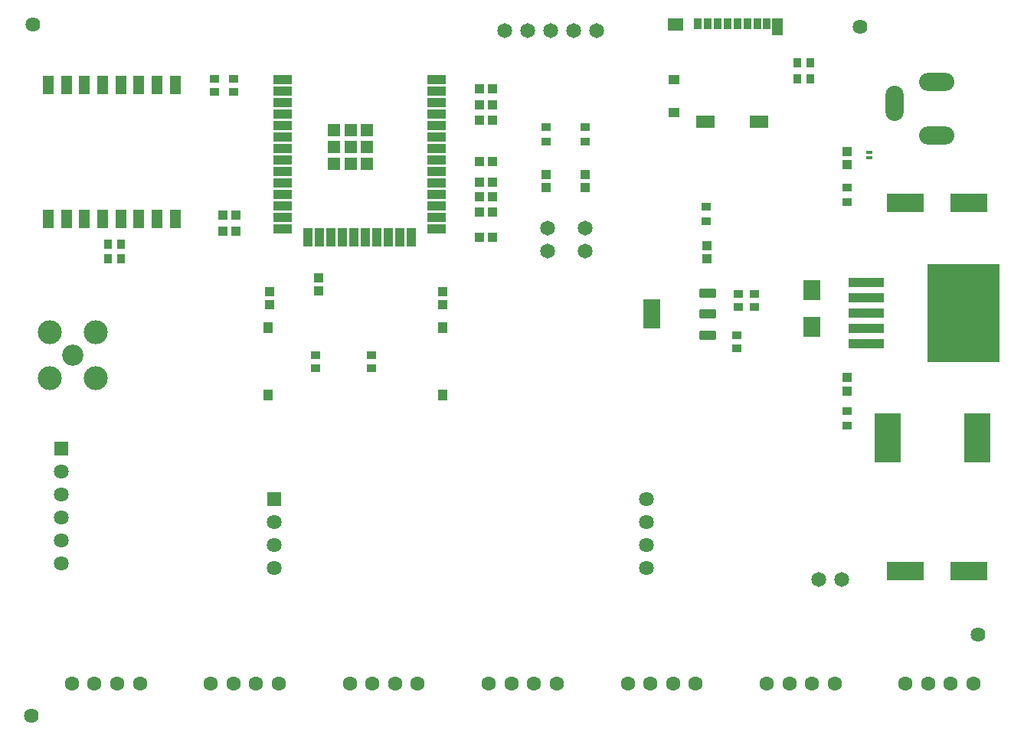
<source format=gts>
G04*
G04 #@! TF.GenerationSoftware,Altium Limited,Altium Designer,22.5.1 (42)*
G04*
G04 Layer_Color=8388736*
%FSLAX44Y44*%
%MOMM*%
G71*
G04*
G04 #@! TF.SameCoordinates,9DAFF6D1-3FFA-4798-8E4B-9BBE38542115*
G04*
G04*
G04 #@! TF.FilePolarity,Negative*
G04*
G01*
G75*
%ADD39R,1.1016X1.2016*%
%ADD40R,2.1016X1.0016*%
%ADD41R,1.0016X2.1016*%
%ADD42R,1.4316X1.4316*%
%ADD43R,1.8516X2.3016*%
%ADD44R,1.1216X1.1416*%
%ADD45R,3.8916X1.0916*%
%ADD46R,7.9816X10.9416*%
%ADD47R,2.9972X5.5118*%
%ADD48R,4.1016X2.1016*%
%ADD49R,1.0516X0.9516*%
%ADD50R,0.8316X1.0416*%
%ADD51R,1.6516X1.4516*%
%ADD52R,1.2716X1.9016*%
%ADD53R,2.0016X1.4516*%
%ADD54R,1.3016X1.1016*%
%ADD55R,0.9516X1.2016*%
%ADD56R,0.8516X1.2016*%
%ADD57R,1.1416X1.1216*%
%ADD58R,1.1516X2.0516*%
%ADD59R,1.0416X0.8316*%
%ADD60R,0.7016X0.4516*%
G04:AMPARAMS|DCode=61|XSize=1.0016mm|YSize=1.8516mm|CornerRadius=0.1003mm|HoleSize=0mm|Usage=FLASHONLY|Rotation=270.000|XOffset=0mm|YOffset=0mm|HoleType=Round|Shape=RoundedRectangle|*
%AMROUNDEDRECTD61*
21,1,1.0016,1.6510,0,0,270.0*
21,1,0.8010,1.8516,0,0,270.0*
1,1,0.2006,-0.8255,-0.4005*
1,1,0.2006,-0.8255,0.4005*
1,1,0.2006,0.8255,0.4005*
1,1,0.2006,0.8255,-0.4005*
%
%ADD61ROUNDEDRECTD61*%
G04:AMPARAMS|DCode=62|XSize=3.3016mm|YSize=1.8516mm|CornerRadius=0.1033mm|HoleSize=0mm|Usage=FLASHONLY|Rotation=270.000|XOffset=0mm|YOffset=0mm|HoleType=Round|Shape=RoundedRectangle|*
%AMROUNDEDRECTD62*
21,1,3.3016,1.6450,0,0,270.0*
21,1,3.0950,1.8516,0,0,270.0*
1,1,0.2066,-0.8225,-1.5475*
1,1,0.2066,-0.8225,1.5475*
1,1,0.2066,0.8225,1.5475*
1,1,0.2066,0.8225,-1.5475*
%
%ADD62ROUNDEDRECTD62*%
%ADD63O,3.9016X2.0016*%
%ADD64O,2.0016X3.9016*%
%ADD65C,1.6516*%
%ADD66C,1.6016*%
%ADD67C,1.6256*%
%ADD68C,1.6316*%
%ADD69R,1.6316X1.6316*%
%ADD70R,1.6316X1.6316*%
%ADD71C,2.6516*%
%ADD72C,2.3516*%
D39*
X472440Y376520D02*
D03*
Y451520D02*
D03*
X279400D02*
D03*
Y376520D02*
D03*
D40*
X295270Y725810D02*
D03*
Y713110D02*
D03*
Y700410D02*
D03*
Y687710D02*
D03*
Y675010D02*
D03*
Y662310D02*
D03*
Y649610D02*
D03*
Y636910D02*
D03*
Y624210D02*
D03*
Y611510D02*
D03*
Y598810D02*
D03*
Y586110D02*
D03*
Y573410D02*
D03*
Y560710D02*
D03*
X465270D02*
D03*
Y573410D02*
D03*
Y586110D02*
D03*
Y598810D02*
D03*
Y611510D02*
D03*
Y624210D02*
D03*
Y636910D02*
D03*
Y649610D02*
D03*
Y662310D02*
D03*
Y675010D02*
D03*
Y687710D02*
D03*
Y700410D02*
D03*
Y713110D02*
D03*
Y725810D02*
D03*
D41*
X323120Y550710D02*
D03*
X335820D02*
D03*
X348520D02*
D03*
X361220D02*
D03*
X373920D02*
D03*
X386620D02*
D03*
X399320D02*
D03*
X412020D02*
D03*
X424720D02*
D03*
X437420D02*
D03*
D42*
X351920Y669160D02*
D03*
X370270D02*
D03*
X388620D02*
D03*
Y650810D02*
D03*
X370270D02*
D03*
X351920D02*
D03*
Y632460D02*
D03*
X370270D02*
D03*
X388620D02*
D03*
D43*
X880110Y451940D02*
D03*
Y492940D02*
D03*
D44*
X919480Y381000D02*
D03*
Y395700D02*
D03*
Y631190D02*
D03*
Y645890D02*
D03*
X586740Y620760D02*
D03*
Y606060D02*
D03*
X629920Y620760D02*
D03*
Y606060D02*
D03*
X335280Y506460D02*
D03*
Y491760D02*
D03*
X472440Y491220D02*
D03*
Y476520D02*
D03*
X764540Y541750D02*
D03*
Y527050D02*
D03*
X280670Y476250D02*
D03*
Y490950D02*
D03*
D45*
X940250Y501360D02*
D03*
Y484360D02*
D03*
Y467360D02*
D03*
Y450360D02*
D03*
Y433360D02*
D03*
D46*
X1047750Y467360D02*
D03*
D47*
X1062990Y328930D02*
D03*
X963930D02*
D03*
D48*
X983040Y589280D02*
D03*
X1054040D02*
D03*
Y181610D02*
D03*
X983040D02*
D03*
D49*
X919480Y606170D02*
D03*
Y590170D02*
D03*
X586740Y672590D02*
D03*
Y656590D02*
D03*
X919480Y342520D02*
D03*
Y358520D02*
D03*
X763270Y568580D02*
D03*
Y584580D02*
D03*
X629920Y656590D02*
D03*
Y672590D02*
D03*
D50*
X878320Y744220D02*
D03*
X864120D02*
D03*
X878320Y726440D02*
D03*
X864120D02*
D03*
X116320Y543560D02*
D03*
X102120D02*
D03*
X116320Y527050D02*
D03*
X102120D02*
D03*
D51*
X729210Y786040D02*
D03*
D52*
X842410Y783790D02*
D03*
D53*
X762460Y679040D02*
D03*
X822160D02*
D03*
D54*
X727460Y688790D02*
D03*
Y725790D02*
D03*
D55*
X753810Y787290D02*
D03*
X764810D02*
D03*
X775810D02*
D03*
X786810D02*
D03*
X797810D02*
D03*
X808810D02*
D03*
X819810D02*
D03*
D56*
X830310D02*
D03*
D57*
X512620Y715010D02*
D03*
X527320D02*
D03*
X512620Y697230D02*
D03*
X527320D02*
D03*
X512620Y680720D02*
D03*
X527320D02*
D03*
X512620Y635000D02*
D03*
X527320D02*
D03*
X512620Y612140D02*
D03*
X527320D02*
D03*
X512620Y595630D02*
D03*
X527320D02*
D03*
X243840Y575310D02*
D03*
X229140D02*
D03*
X243840Y557530D02*
D03*
X229140D02*
D03*
X512620Y579120D02*
D03*
X527320D02*
D03*
X512620Y551180D02*
D03*
X527320D02*
D03*
D58*
X176200Y719500D02*
D03*
X156200D02*
D03*
X136200D02*
D03*
X116200D02*
D03*
X96200D02*
D03*
X76200D02*
D03*
X56200D02*
D03*
X36200D02*
D03*
Y571500D02*
D03*
X56200D02*
D03*
X76200D02*
D03*
X96200D02*
D03*
X116200D02*
D03*
X136200D02*
D03*
X156200D02*
D03*
X176200D02*
D03*
D59*
X241300Y711720D02*
D03*
Y725920D02*
D03*
X219710D02*
D03*
Y711720D02*
D03*
X393700Y406170D02*
D03*
Y420370D02*
D03*
X331470Y406170D02*
D03*
Y420370D02*
D03*
X816610Y474230D02*
D03*
Y488430D02*
D03*
X798830Y474230D02*
D03*
Y488430D02*
D03*
X797560Y428510D02*
D03*
Y442710D02*
D03*
D60*
X943610Y638810D02*
D03*
Y645310D02*
D03*
D61*
X765310Y466090D02*
D03*
Y443090D02*
D03*
Y489090D02*
D03*
D62*
X702810Y466090D02*
D03*
D63*
X1018540Y663580D02*
D03*
Y722880D02*
D03*
D64*
X971240Y699580D02*
D03*
D65*
X642620Y779780D02*
D03*
X617220D02*
D03*
X591820D02*
D03*
X566420D02*
D03*
X541020D02*
D03*
X588010Y561340D02*
D03*
Y535940D02*
D03*
X629920D02*
D03*
Y561340D02*
D03*
X913130Y172720D02*
D03*
X887730D02*
D03*
D66*
X983780Y57570D02*
D03*
X1008780D02*
D03*
X1033780D02*
D03*
X1058780D02*
D03*
X830188D02*
D03*
X855188D02*
D03*
X880188D02*
D03*
X905188D02*
D03*
X676597D02*
D03*
X701597D02*
D03*
X726597D02*
D03*
X751597D02*
D03*
X369413D02*
D03*
X394413D02*
D03*
X419413D02*
D03*
X444413D02*
D03*
X523005D02*
D03*
X548005D02*
D03*
X573005D02*
D03*
X598005D02*
D03*
X215822D02*
D03*
X240822D02*
D03*
X265822D02*
D03*
X290822D02*
D03*
X62230D02*
D03*
X87230D02*
D03*
X112230D02*
D03*
X137230D02*
D03*
D67*
X933450Y783590D02*
D03*
X1064260Y111760D02*
D03*
X17780Y21590D02*
D03*
X19050Y786130D02*
D03*
D68*
X697690Y261620D02*
D03*
Y185420D02*
D03*
Y236220D02*
D03*
Y210820D02*
D03*
X50800Y266700D02*
D03*
Y292100D02*
D03*
Y215900D02*
D03*
Y241300D02*
D03*
Y190500D02*
D03*
X285490Y210820D02*
D03*
Y236220D02*
D03*
Y185420D02*
D03*
D69*
X50800Y317500D02*
D03*
D70*
X285490Y261620D02*
D03*
D71*
X88900Y394970D02*
D03*
Y445770D02*
D03*
X38100D02*
D03*
Y394970D02*
D03*
D72*
X63500Y420370D02*
D03*
M02*

</source>
